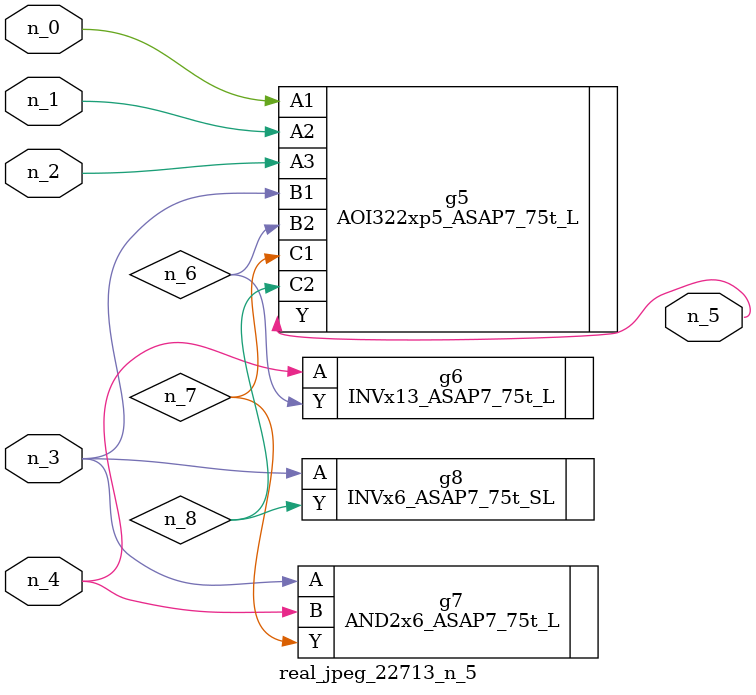
<source format=v>
module real_jpeg_22713_n_5 (n_4, n_0, n_1, n_2, n_3, n_5);

input n_4;
input n_0;
input n_1;
input n_2;
input n_3;

output n_5;

wire n_8;
wire n_6;
wire n_7;

AOI322xp5_ASAP7_75t_L g5 ( 
.A1(n_0),
.A2(n_1),
.A3(n_2),
.B1(n_3),
.B2(n_6),
.C1(n_7),
.C2(n_8),
.Y(n_5)
);

AND2x6_ASAP7_75t_L g7 ( 
.A(n_3),
.B(n_4),
.Y(n_7)
);

INVx6_ASAP7_75t_SL g8 ( 
.A(n_3),
.Y(n_8)
);

INVx13_ASAP7_75t_L g6 ( 
.A(n_4),
.Y(n_6)
);


endmodule
</source>
